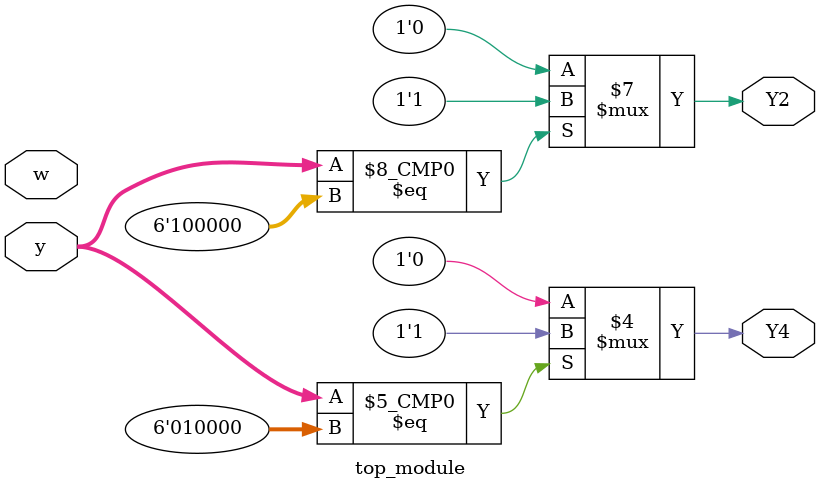
<source format=sv>
module top_module (
    input [6:1] y,
    input w,
    output reg Y2,
    output reg Y4
);
    always @(*) begin
        case(y)
            7'b000001: begin
                Y2 = 1'b0;
                Y4 = 1'b0;
            end
            7'b000010: begin
                Y2 = 1'b0;
                Y4 = 1'b0;
            end
            7'b000100: begin
                Y2 = 1'b0;
                Y4 = 1'b0;
            end
            7'b001000: begin
                Y2 = 1'b0;
                Y4 = 1'b0;
            end
            7'b010000: begin
                Y2 = 1'b0;
                Y4 = 1'b1;
            end
            7'b100000: begin
                Y2 = 1'b1;
                Y4 = 1'b0;
            end
            default: begin
                Y2 = 1'b0;
                Y4 = 1'b0;
            end
        endcase
    end
endmodule

</source>
